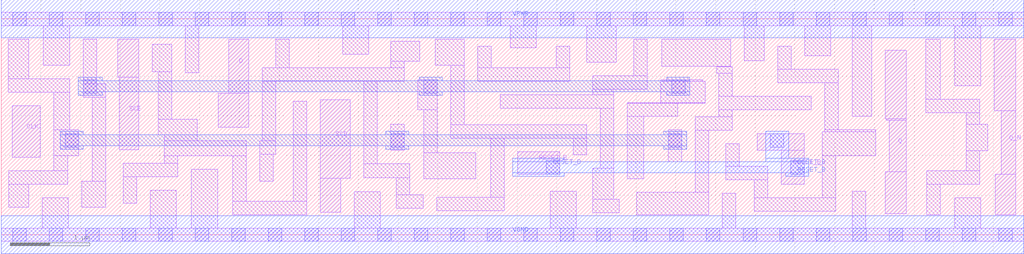
<source format=lef>
# Copyright 2020 The SkyWater PDK Authors
#
# Licensed under the Apache License, Version 2.0 (the "License");
# you may not use this file except in compliance with the License.
# You may obtain a copy of the License at
#
#     https://www.apache.org/licenses/LICENSE-2.0
#
# Unless required by applicable law or agreed to in writing, software
# distributed under the License is distributed on an "AS IS" BASIS,
# WITHOUT WARRANTIES OR CONDITIONS OF ANY KIND, either express or implied.
# See the License for the specific language governing permissions and
# limitations under the License.
#
# SPDX-License-Identifier: Apache-2.0

VERSION 5.7 ;
  NOWIREEXTENSIONATPIN ON ;
  DIVIDERCHAR "/" ;
  BUSBITCHARS "[]" ;
UNITS
  DATABASE MICRONS 200 ;
END UNITS
MACRO sky130_fd_sc_hd__sdfrbp_1
  CLASS CORE ;
  FOREIGN sky130_fd_sc_hd__sdfrbp_1 ;
  ORIGIN  0.000000  0.000000 ;
  SIZE  12.88000 BY  2.720000 ;
  SYMMETRY X Y R90 ;
  SITE unithd ;
  PIN D
    ANTENNAGATEAREA  0.144000 ;
    DIRECTION INPUT ;
    USE SIGNAL ;
    PORT
      LAYER li1 ;
        RECT 2.735000 1.355000 3.120000 1.785000 ;
        RECT 2.865000 1.785000 3.120000 2.465000 ;
    END
  END D
  PIN Q
    ANTENNADIFFAREA  0.429000 ;
    DIRECTION OUTPUT ;
    USE SIGNAL ;
    PORT
      LAYER li1 ;
        RECT 11.140000 0.265000 11.400000 0.795000 ;
        RECT 11.140000 1.460000 11.400000 2.325000 ;
        RECT 11.150000 1.445000 11.400000 1.460000 ;
        RECT 11.190000 0.795000 11.400000 1.445000 ;
    END
  END Q
  PIN Q_N
    ANTENNADIFFAREA  0.340600 ;
    DIRECTION OUTPUT ;
    USE SIGNAL ;
    PORT
      LAYER li1 ;
        RECT 12.510000 1.560000 12.780000 2.465000 ;
        RECT 12.520000 0.255000 12.780000 0.760000 ;
        RECT 12.600000 0.760000 12.780000 1.560000 ;
    END
  END Q_N
  PIN RESET_B
    ANTENNAGATEAREA  0.252000 ;
    DIRECTION INPUT ;
    USE SIGNAL ;
    PORT
      LAYER li1 ;
        RECT 6.505000 0.765000 7.035000 1.045000 ;
      LAYER mcon ;
        RECT 6.865000 0.765000 7.035000 0.935000 ;
    END
    PORT
      LAYER li1 ;
        RECT 9.525000 1.065000 10.115000 1.275000 ;
        RECT 9.825000 0.635000 10.115000 1.065000 ;
      LAYER mcon ;
        RECT 9.690000 1.105000  9.860000 1.275000 ;
        RECT 9.945000 0.765000 10.115000 0.935000 ;
    END
    PORT
      LAYER met1 ;
        RECT 6.445000 0.735000  7.095000 0.780000 ;
        RECT 6.445000 0.780000 10.175000 0.920000 ;
        RECT 6.445000 0.920000  7.095000 0.965000 ;
        RECT 9.630000 0.920000 10.175000 0.965000 ;
        RECT 9.630000 0.965000  9.920000 1.305000 ;
        RECT 9.885000 0.735000 10.175000 0.780000 ;
    END
  END RESET_B
  PIN SCD
    ANTENNAGATEAREA  0.156600 ;
    DIRECTION INPUT ;
    USE SIGNAL ;
    PORT
      LAYER li1 ;
        RECT 4.020000 0.285000 4.275000 0.710000 ;
        RECT 4.020000 0.710000 4.395000 1.700000 ;
    END
  END SCD
  PIN SCE
    ANTENNAGATEAREA  0.435000 ;
    DIRECTION INPUT ;
    USE SIGNAL ;
    PORT
      LAYER li1 ;
        RECT 1.465000 1.985000 1.730000 2.465000 ;
        RECT 1.485000 1.070000 1.730000 1.985000 ;
    END
  END SCE
  PIN CLK
    ANTENNAGATEAREA  0.247500 ;
    DIRECTION INPUT ;
    USE CLOCK ;
    PORT
      LAYER li1 ;
        RECT 0.140000 0.975000 0.490000 1.625000 ;
    END
  END CLK
  PIN VGND
    DIRECTION INOUT ;
    SHAPE ABUTMENT ;
    USE GROUND ;
    PORT
      LAYER met1 ;
        RECT 0.000000 -0.240000 12.880000 0.240000 ;
    END
  END VGND
  PIN VPWR
    DIRECTION INOUT ;
    SHAPE ABUTMENT ;
    USE POWER ;
    PORT
      LAYER met1 ;
        RECT 0.000000 2.480000 12.880000 2.960000 ;
    END
  END VPWR
  OBS
    LAYER li1 ;
      RECT  0.000000 -0.085000 12.880000 0.085000 ;
      RECT  0.000000  2.635000 12.880000 2.805000 ;
      RECT  0.090000  1.795000  0.865000 1.965000 ;
      RECT  0.090000  1.965000  0.345000 2.465000 ;
      RECT  0.095000  0.345000  0.345000 0.635000 ;
      RECT  0.095000  0.635000  0.835000 0.805000 ;
      RECT  0.515000  0.085000  0.845000 0.465000 ;
      RECT  0.530000  2.135000  0.860000 2.635000 ;
      RECT  0.660000  0.805000  0.835000 0.995000 ;
      RECT  0.660000  0.995000  0.975000 1.325000 ;
      RECT  0.660000  1.325000  0.865000 1.795000 ;
      RECT  1.015000  0.345000  1.315000 0.675000 ;
      RECT  1.035000  1.730000  1.315000 1.900000 ;
      RECT  1.035000  1.900000  1.205000 2.465000 ;
      RECT  1.145000  0.675000  1.315000 1.730000 ;
      RECT  1.535000  0.395000  1.705000 0.730000 ;
      RECT  1.535000  0.730000  2.225000 0.900000 ;
      RECT  1.875000  0.085000  2.205000 0.560000 ;
      RECT  1.900000  2.055000  2.150000 2.400000 ;
      RECT  1.980000  1.260000  2.470000 1.455000 ;
      RECT  1.980000  1.455000  2.150000 2.055000 ;
      RECT  2.055000  0.900000  2.225000 0.995000 ;
      RECT  2.055000  0.995000  3.085000 1.185000 ;
      RECT  2.055000  1.185000  2.470000 1.260000 ;
      RECT  2.320000  2.040000  2.490000 2.635000 ;
      RECT  2.395000  0.085000  2.725000 0.825000 ;
      RECT  2.915000  0.255000  3.850000 0.425000 ;
      RECT  2.915000  0.425000  3.085000 0.995000 ;
      RECT  3.255000  0.675000  3.425000 1.015000 ;
      RECT  3.255000  1.015000  3.460000 1.185000 ;
      RECT  3.290000  1.185000  3.460000 1.935000 ;
      RECT  3.290000  1.935000  5.075000 2.105000 ;
      RECT  3.460000  2.105000  3.630000 2.465000 ;
      RECT  3.680000  0.425000  3.850000 1.685000 ;
      RECT  4.300000  2.275000  4.630000 2.635000 ;
      RECT  4.445000  0.085000  4.775000 0.540000 ;
      RECT  4.565000  0.715000  5.145000 0.895000 ;
      RECT  4.565000  0.895000  4.735000 1.935000 ;
      RECT  4.905000  1.065000  5.075000 1.395000 ;
      RECT  4.905000  2.105000  5.075000 2.185000 ;
      RECT  4.905000  2.185000  5.275000 2.435000 ;
      RECT  4.975000  0.335000  5.315000 0.505000 ;
      RECT  4.975000  0.505000  5.145000 0.715000 ;
      RECT  5.245000  1.575000  5.495000 1.955000 ;
      RECT  5.325000  0.705000  5.975000 1.035000 ;
      RECT  5.325000  1.035000  5.495000 1.575000 ;
      RECT  5.470000  2.135000  5.835000 2.465000 ;
      RECT  5.485000  0.305000  6.335000 0.475000 ;
      RECT  5.665000  1.215000  7.375000 1.385000 ;
      RECT  5.665000  1.385000  5.835000 2.135000 ;
      RECT  6.005000  1.935000  7.165000 2.105000 ;
      RECT  6.005000  2.105000  6.175000 2.375000 ;
      RECT  6.165000  0.475000  6.335000 1.215000 ;
      RECT  6.285000  1.595000  7.715000 1.765000 ;
      RECT  6.410000  2.355000  6.740000 2.635000 ;
      RECT  6.915000  0.085000  7.245000 0.545000 ;
      RECT  6.995000  2.105000  7.165000 2.375000 ;
      RECT  7.205000  1.005000  7.375000 1.215000 ;
      RECT  7.375000  2.175000  7.745000 2.635000 ;
      RECT  7.455000  0.275000  7.785000 0.445000 ;
      RECT  7.455000  0.445000  7.715000 0.835000 ;
      RECT  7.455000  1.765000  7.715000 1.835000 ;
      RECT  7.455000  1.835000  8.140000 2.005000 ;
      RECT  7.545000  0.835000  7.715000 1.595000 ;
      RECT  7.885000  0.705000  8.095000 1.495000 ;
      RECT  7.885000  1.495000  8.520000 1.655000 ;
      RECT  7.885000  1.655000  8.870000 1.665000 ;
      RECT  7.970000  2.005000  8.140000 2.465000 ;
      RECT  8.005000  0.255000  8.915000 0.535000 ;
      RECT  8.310000  1.665000  8.870000 1.935000 ;
      RECT  8.310000  1.935000  8.840000 1.955000 ;
      RECT  8.320000  2.125000  9.190000 2.465000 ;
      RECT  8.405000  0.920000  8.575000 1.325000 ;
      RECT  8.745000  0.535000  8.915000 1.315000 ;
      RECT  8.745000  1.315000  9.210000 1.485000 ;
      RECT  9.015000  2.035000  9.210000 2.115000 ;
      RECT  9.015000  2.115000  9.190000 2.125000 ;
      RECT  9.040000  1.485000  9.210000 1.575000 ;
      RECT  9.040000  1.575000 10.205000 1.745000 ;
      RECT  9.040000  1.745000  9.210000 2.035000 ;
      RECT  9.085000  0.085000  9.255000 0.525000 ;
      RECT  9.125000  0.695000  9.655000 0.865000 ;
      RECT  9.125000  0.865000  9.295000 1.145000 ;
      RECT  9.360000  2.195000  9.610000 2.635000 ;
      RECT  9.485000  0.295000 10.515000 0.465000 ;
      RECT  9.485000  0.465000  9.655000 0.695000 ;
      RECT  9.780000  1.915000 10.545000 2.085000 ;
      RECT  9.780000  2.085000  9.950000 2.375000 ;
      RECT 10.120000  2.255000 10.450000 2.635000 ;
      RECT 10.345000  0.465000 10.515000 0.995000 ;
      RECT 10.345000  0.995000 11.020000 1.295000 ;
      RECT 10.375000  1.295000 11.020000 1.325000 ;
      RECT 10.375000  1.325000 10.545000 1.915000 ;
      RECT 10.720000  0.085000 10.890000 0.545000 ;
      RECT 10.720000  1.495000 10.970000 2.635000 ;
      RECT 11.650000  1.535000 12.325000 1.705000 ;
      RECT 11.650000  1.705000 11.830000 2.465000 ;
      RECT 11.660000  0.255000 11.830000 0.635000 ;
      RECT 11.660000  0.635000 12.325000 0.805000 ;
      RECT 12.010000  0.085000 12.340000 0.465000 ;
      RECT 12.010000  1.875000 12.340000 2.635000 ;
      RECT 12.155000  0.805000 12.325000 1.060000 ;
      RECT 12.155000  1.060000 12.430000 1.390000 ;
      RECT 12.155000  1.390000 12.325000 1.535000 ;
    LAYER mcon ;
      RECT  0.145000 -0.085000  0.315000 0.085000 ;
      RECT  0.145000  2.635000  0.315000 2.805000 ;
      RECT  0.605000 -0.085000  0.775000 0.085000 ;
      RECT  0.605000  2.635000  0.775000 2.805000 ;
      RECT  0.805000  1.105000  0.975000 1.275000 ;
      RECT  1.035000  1.785000  1.205000 1.955000 ;
      RECT  1.065000 -0.085000  1.235000 0.085000 ;
      RECT  1.065000  2.635000  1.235000 2.805000 ;
      RECT  1.525000 -0.085000  1.695000 0.085000 ;
      RECT  1.525000  2.635000  1.695000 2.805000 ;
      RECT  1.985000 -0.085000  2.155000 0.085000 ;
      RECT  1.985000  2.635000  2.155000 2.805000 ;
      RECT  2.445000 -0.085000  2.615000 0.085000 ;
      RECT  2.445000  2.635000  2.615000 2.805000 ;
      RECT  2.905000 -0.085000  3.075000 0.085000 ;
      RECT  2.905000  2.635000  3.075000 2.805000 ;
      RECT  3.365000 -0.085000  3.535000 0.085000 ;
      RECT  3.365000  2.635000  3.535000 2.805000 ;
      RECT  3.825000 -0.085000  3.995000 0.085000 ;
      RECT  3.825000  2.635000  3.995000 2.805000 ;
      RECT  4.285000 -0.085000  4.455000 0.085000 ;
      RECT  4.285000  2.635000  4.455000 2.805000 ;
      RECT  4.745000 -0.085000  4.915000 0.085000 ;
      RECT  4.745000  2.635000  4.915000 2.805000 ;
      RECT  4.905000  1.105000  5.075000 1.275000 ;
      RECT  5.205000 -0.085000  5.375000 0.085000 ;
      RECT  5.205000  2.635000  5.375000 2.805000 ;
      RECT  5.325000  1.785000  5.495000 1.955000 ;
      RECT  5.665000 -0.085000  5.835000 0.085000 ;
      RECT  5.665000  2.635000  5.835000 2.805000 ;
      RECT  6.125000 -0.085000  6.295000 0.085000 ;
      RECT  6.125000  2.635000  6.295000 2.805000 ;
      RECT  6.585000 -0.085000  6.755000 0.085000 ;
      RECT  6.585000  2.635000  6.755000 2.805000 ;
      RECT  7.045000 -0.085000  7.215000 0.085000 ;
      RECT  7.045000  2.635000  7.215000 2.805000 ;
      RECT  7.505000 -0.085000  7.675000 0.085000 ;
      RECT  7.505000  2.635000  7.675000 2.805000 ;
      RECT  7.965000 -0.085000  8.135000 0.085000 ;
      RECT  7.965000  2.635000  8.135000 2.805000 ;
      RECT  8.405000  1.105000  8.575000 1.275000 ;
      RECT  8.425000 -0.085000  8.595000 0.085000 ;
      RECT  8.425000  2.635000  8.595000 2.805000 ;
      RECT  8.445000  1.785000  8.615000 1.955000 ;
      RECT  8.885000 -0.085000  9.055000 0.085000 ;
      RECT  8.885000  2.635000  9.055000 2.805000 ;
      RECT  9.345000 -0.085000  9.515000 0.085000 ;
      RECT  9.345000  2.635000  9.515000 2.805000 ;
      RECT  9.805000 -0.085000  9.975000 0.085000 ;
      RECT  9.805000  2.635000  9.975000 2.805000 ;
      RECT 10.265000 -0.085000 10.435000 0.085000 ;
      RECT 10.265000  2.635000 10.435000 2.805000 ;
      RECT 10.725000 -0.085000 10.895000 0.085000 ;
      RECT 10.725000  2.635000 10.895000 2.805000 ;
      RECT 11.185000 -0.085000 11.355000 0.085000 ;
      RECT 11.185000  2.635000 11.355000 2.805000 ;
      RECT 11.645000 -0.085000 11.815000 0.085000 ;
      RECT 11.645000  2.635000 11.815000 2.805000 ;
      RECT 12.105000 -0.085000 12.275000 0.085000 ;
      RECT 12.105000  2.635000 12.275000 2.805000 ;
      RECT 12.565000 -0.085000 12.735000 0.085000 ;
      RECT 12.565000  2.635000 12.735000 2.805000 ;
    LAYER met1 ;
      RECT 0.745000 1.075000 1.035000 1.120000 ;
      RECT 0.745000 1.120000 8.635000 1.260000 ;
      RECT 0.745000 1.260000 1.035000 1.305000 ;
      RECT 0.970000 1.755000 1.270000 1.800000 ;
      RECT 0.970000 1.800000 8.675000 1.940000 ;
      RECT 0.970000 1.940000 1.270000 1.985000 ;
      RECT 4.845000 1.075000 5.135000 1.120000 ;
      RECT 4.845000 1.260000 5.135000 1.305000 ;
      RECT 5.265000 1.755000 5.555000 1.800000 ;
      RECT 5.265000 1.940000 5.555000 1.985000 ;
      RECT 8.345000 1.075000 8.635000 1.120000 ;
      RECT 8.345000 1.260000 8.635000 1.305000 ;
      RECT 8.385000 1.755000 8.675000 1.800000 ;
      RECT 8.385000 1.940000 8.675000 1.985000 ;
  END
END sky130_fd_sc_hd__sdfrbp_1
END LIBRARY

</source>
